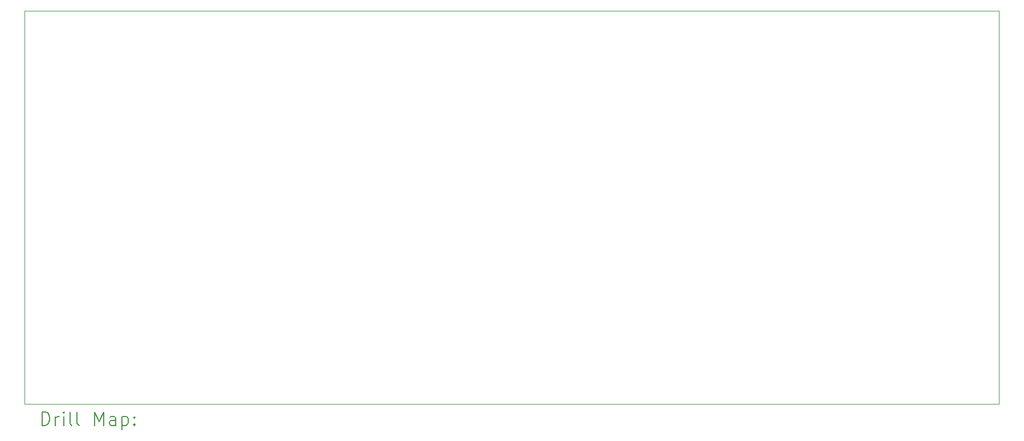
<source format=gbr>
%TF.GenerationSoftware,KiCad,Pcbnew,7.0.6*%
%TF.CreationDate,2023-11-23T12:54:33+01:00*%
%TF.ProjectId,mainboard,6d61696e-626f-4617-9264-2e6b69636164,1*%
%TF.SameCoordinates,Original*%
%TF.FileFunction,Drillmap*%
%TF.FilePolarity,Positive*%
%FSLAX45Y45*%
G04 Gerber Fmt 4.5, Leading zero omitted, Abs format (unit mm)*
G04 Created by KiCad (PCBNEW 7.0.6) date 2023-11-23 12:54:33*
%MOMM*%
%LPD*%
G01*
G04 APERTURE LIST*
%ADD10C,0.100000*%
%ADD11C,0.200000*%
G04 APERTURE END LIST*
D10*
X6535405Y-7366000D02*
X21013405Y-7366000D01*
X21013405Y-13208000D01*
X6535405Y-13208000D01*
X6535405Y-7366000D01*
D11*
X6791182Y-13524484D02*
X6791182Y-13324484D01*
X6791182Y-13324484D02*
X6838801Y-13324484D01*
X6838801Y-13324484D02*
X6867372Y-13334008D01*
X6867372Y-13334008D02*
X6886420Y-13353055D01*
X6886420Y-13353055D02*
X6895944Y-13372103D01*
X6895944Y-13372103D02*
X6905468Y-13410198D01*
X6905468Y-13410198D02*
X6905468Y-13438769D01*
X6905468Y-13438769D02*
X6895944Y-13476865D01*
X6895944Y-13476865D02*
X6886420Y-13495912D01*
X6886420Y-13495912D02*
X6867372Y-13514960D01*
X6867372Y-13514960D02*
X6838801Y-13524484D01*
X6838801Y-13524484D02*
X6791182Y-13524484D01*
X6991182Y-13524484D02*
X6991182Y-13391150D01*
X6991182Y-13429246D02*
X7000706Y-13410198D01*
X7000706Y-13410198D02*
X7010230Y-13400674D01*
X7010230Y-13400674D02*
X7029277Y-13391150D01*
X7029277Y-13391150D02*
X7048325Y-13391150D01*
X7114991Y-13524484D02*
X7114991Y-13391150D01*
X7114991Y-13324484D02*
X7105468Y-13334008D01*
X7105468Y-13334008D02*
X7114991Y-13343531D01*
X7114991Y-13343531D02*
X7124515Y-13334008D01*
X7124515Y-13334008D02*
X7114991Y-13324484D01*
X7114991Y-13324484D02*
X7114991Y-13343531D01*
X7238801Y-13524484D02*
X7219753Y-13514960D01*
X7219753Y-13514960D02*
X7210230Y-13495912D01*
X7210230Y-13495912D02*
X7210230Y-13324484D01*
X7343563Y-13524484D02*
X7324515Y-13514960D01*
X7324515Y-13514960D02*
X7314991Y-13495912D01*
X7314991Y-13495912D02*
X7314991Y-13324484D01*
X7572134Y-13524484D02*
X7572134Y-13324484D01*
X7572134Y-13324484D02*
X7638801Y-13467341D01*
X7638801Y-13467341D02*
X7705468Y-13324484D01*
X7705468Y-13324484D02*
X7705468Y-13524484D01*
X7886420Y-13524484D02*
X7886420Y-13419722D01*
X7886420Y-13419722D02*
X7876896Y-13400674D01*
X7876896Y-13400674D02*
X7857849Y-13391150D01*
X7857849Y-13391150D02*
X7819753Y-13391150D01*
X7819753Y-13391150D02*
X7800706Y-13400674D01*
X7886420Y-13514960D02*
X7867372Y-13524484D01*
X7867372Y-13524484D02*
X7819753Y-13524484D01*
X7819753Y-13524484D02*
X7800706Y-13514960D01*
X7800706Y-13514960D02*
X7791182Y-13495912D01*
X7791182Y-13495912D02*
X7791182Y-13476865D01*
X7791182Y-13476865D02*
X7800706Y-13457817D01*
X7800706Y-13457817D02*
X7819753Y-13448293D01*
X7819753Y-13448293D02*
X7867372Y-13448293D01*
X7867372Y-13448293D02*
X7886420Y-13438769D01*
X7981658Y-13391150D02*
X7981658Y-13591150D01*
X7981658Y-13400674D02*
X8000706Y-13391150D01*
X8000706Y-13391150D02*
X8038801Y-13391150D01*
X8038801Y-13391150D02*
X8057849Y-13400674D01*
X8057849Y-13400674D02*
X8067372Y-13410198D01*
X8067372Y-13410198D02*
X8076896Y-13429246D01*
X8076896Y-13429246D02*
X8076896Y-13486388D01*
X8076896Y-13486388D02*
X8067372Y-13505436D01*
X8067372Y-13505436D02*
X8057849Y-13514960D01*
X8057849Y-13514960D02*
X8038801Y-13524484D01*
X8038801Y-13524484D02*
X8000706Y-13524484D01*
X8000706Y-13524484D02*
X7981658Y-13514960D01*
X8162611Y-13505436D02*
X8172134Y-13514960D01*
X8172134Y-13514960D02*
X8162611Y-13524484D01*
X8162611Y-13524484D02*
X8153087Y-13514960D01*
X8153087Y-13514960D02*
X8162611Y-13505436D01*
X8162611Y-13505436D02*
X8162611Y-13524484D01*
X8162611Y-13400674D02*
X8172134Y-13410198D01*
X8172134Y-13410198D02*
X8162611Y-13419722D01*
X8162611Y-13419722D02*
X8153087Y-13410198D01*
X8153087Y-13410198D02*
X8162611Y-13400674D01*
X8162611Y-13400674D02*
X8162611Y-13419722D01*
M02*

</source>
